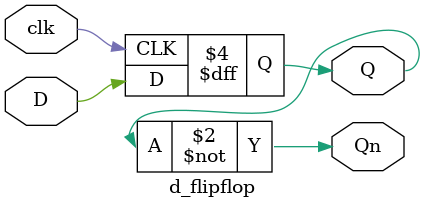
<source format=v>
module d_flipflop(
    input D,
    input clk,
    output reg Q,
    output Qn
);
    initial begin
        Q <= 0;
    end
    
    always @(posedge clk) begin
        Q <= D;
    end
    
    assign Qn = ~Q;
endmodule

</source>
